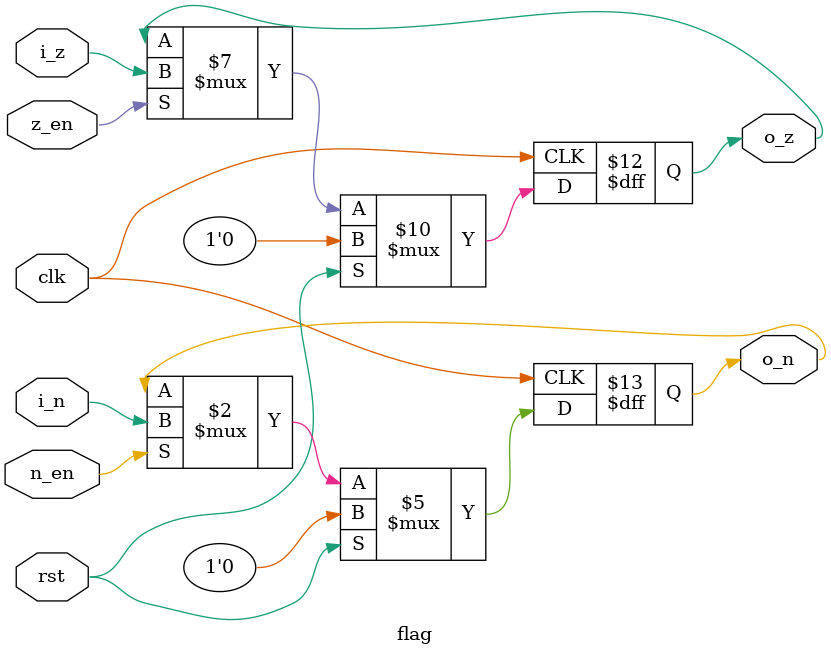
<source format=sv>
module flag (
	input clk,
	input rst,
	input i_z,
	input i_n,
	input z_en,
	input n_en,
	output logic o_z,
	output logic o_n
	);
always_ff @(posedge clk) begin
	if(rst) begin
		o_z <= 0;
		o_n <= 0;
	end else begin
		if(z_en)
		o_z <= i_z;
		if(n_en)
		o_n <= i_n;
	end
end

endmodule // flag
</source>
